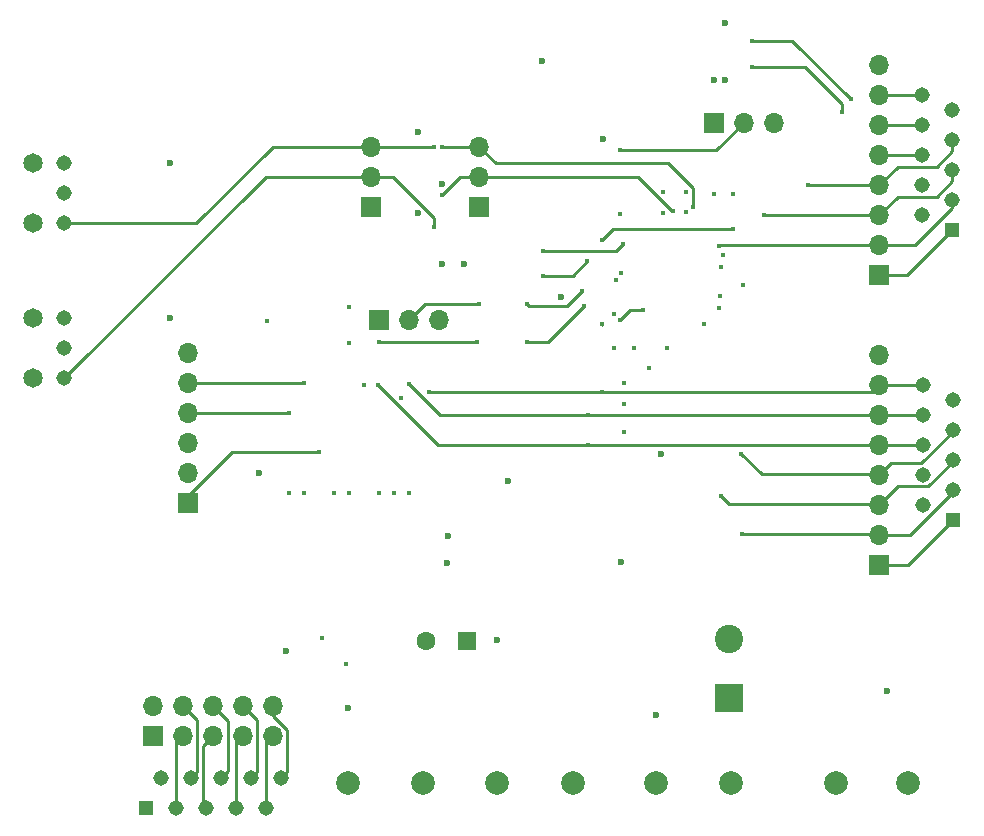
<source format=gbr>
G04 #@! TF.GenerationSoftware,KiCad,Pcbnew,(5.1.9-0-10_14)*
G04 #@! TF.CreationDate,2021-04-25T13:46:17+02:00*
G04 #@! TF.ProjectId,dac,6461632e-6b69-4636-9164-5f7063625858,rev?*
G04 #@! TF.SameCoordinates,Original*
G04 #@! TF.FileFunction,Copper,L3,Inr*
G04 #@! TF.FilePolarity,Positive*
%FSLAX46Y46*%
G04 Gerber Fmt 4.6, Leading zero omitted, Abs format (unit mm)*
G04 Created by KiCad (PCBNEW (5.1.9-0-10_14)) date 2021-04-25 13:46:17*
%MOMM*%
%LPD*%
G01*
G04 APERTURE LIST*
G04 #@! TA.AperFunction,ComponentPad*
%ADD10C,1.308000*%
G04 #@! TD*
G04 #@! TA.AperFunction,ComponentPad*
%ADD11C,1.650000*%
G04 #@! TD*
G04 #@! TA.AperFunction,ComponentPad*
%ADD12O,1.700000X1.700000*%
G04 #@! TD*
G04 #@! TA.AperFunction,ComponentPad*
%ADD13R,1.700000X1.700000*%
G04 #@! TD*
G04 #@! TA.AperFunction,ComponentPad*
%ADD14C,2.000000*%
G04 #@! TD*
G04 #@! TA.AperFunction,ComponentPad*
%ADD15R,1.308000X1.308000*%
G04 #@! TD*
G04 #@! TA.AperFunction,ComponentPad*
%ADD16C,1.600000*%
G04 #@! TD*
G04 #@! TA.AperFunction,ComponentPad*
%ADD17R,1.600000X1.600000*%
G04 #@! TD*
G04 #@! TA.AperFunction,ComponentPad*
%ADD18C,2.400000*%
G04 #@! TD*
G04 #@! TA.AperFunction,ComponentPad*
%ADD19R,2.400000X2.400000*%
G04 #@! TD*
G04 #@! TA.AperFunction,ViaPad*
%ADD20C,0.450000*%
G04 #@! TD*
G04 #@! TA.AperFunction,ViaPad*
%ADD21C,0.600000*%
G04 #@! TD*
G04 #@! TA.AperFunction,Conductor*
%ADD22C,0.250000*%
G04 #@! TD*
G04 APERTURE END LIST*
D10*
X115025000Y-83185000D03*
X115025000Y-85725000D03*
X115025000Y-88265000D03*
D11*
X112395000Y-88265000D03*
X112395000Y-83185000D03*
D10*
X115025000Y-70104000D03*
X115025000Y-72644000D03*
X115025000Y-75184000D03*
D11*
X112395000Y-75184000D03*
X112395000Y-70104000D03*
D12*
X132740400Y-116078000D03*
X132740400Y-118618000D03*
X130200400Y-116078000D03*
X130200400Y-118618000D03*
X127660400Y-116078000D03*
X127660400Y-118618000D03*
X125120400Y-116078000D03*
X125120400Y-118618000D03*
X122580400Y-116078000D03*
D13*
X122580400Y-118618000D03*
D12*
X150177500Y-68732400D03*
X150177500Y-71272400D03*
D13*
X150177500Y-73812400D03*
D14*
X171450000Y-122555000D03*
X165100000Y-122555000D03*
D15*
X190246000Y-100266500D03*
D10*
X187706000Y-98996500D03*
X190246000Y-97726500D03*
X187706000Y-96456500D03*
X190246000Y-95186500D03*
X187706000Y-93916500D03*
X190246000Y-92646500D03*
X187706000Y-91376500D03*
X190246000Y-90106500D03*
X187706000Y-88836500D03*
D12*
X184023000Y-86296500D03*
X184023000Y-88836500D03*
X184023000Y-91376500D03*
X184023000Y-93916500D03*
X184023000Y-96456500D03*
X184023000Y-98996500D03*
X184023000Y-101536500D03*
D13*
X184023000Y-104076500D03*
D12*
X175107600Y-66649600D03*
X172567600Y-66649600D03*
D13*
X170027600Y-66649600D03*
D12*
X141033500Y-68707000D03*
X141033500Y-71247000D03*
D13*
X141033500Y-73787000D03*
D12*
X184023000Y-61785500D03*
X184023000Y-64325500D03*
X184023000Y-66865500D03*
X184023000Y-69405500D03*
X184023000Y-71945500D03*
X184023000Y-74485500D03*
X184023000Y-77025500D03*
D13*
X184023000Y-79565500D03*
D12*
X146748500Y-83375500D03*
X144208500Y-83375500D03*
D13*
X141668500Y-83375500D03*
D15*
X121920000Y-124714000D03*
D10*
X123190000Y-122174000D03*
X124460000Y-124714000D03*
X125730000Y-122174000D03*
X127000000Y-124714000D03*
X128270000Y-122174000D03*
X129540000Y-124714000D03*
X130810000Y-122174000D03*
X132080000Y-124714000D03*
X133350000Y-122174000D03*
D15*
X190224000Y-75755500D03*
D10*
X187684000Y-74485500D03*
X190224000Y-73215500D03*
X187684000Y-71945500D03*
X190224000Y-70675500D03*
X187684000Y-69405500D03*
X190224000Y-68135500D03*
X187684000Y-66865500D03*
X190224000Y-65595500D03*
X187684000Y-64325500D03*
D16*
X145661500Y-110553500D03*
D17*
X149161500Y-110553500D03*
D12*
X125476000Y-86156800D03*
X125476000Y-88696800D03*
X125476000Y-91236800D03*
X125476000Y-93776800D03*
X125476000Y-96316800D03*
D13*
X125476000Y-98856800D03*
D14*
X180340000Y-122555000D03*
X186436000Y-122555000D03*
X145415000Y-122555000D03*
X151638000Y-122529600D03*
X158115000Y-122555000D03*
X139065000Y-122555000D03*
D18*
X171323000Y-110379500D03*
D19*
X171323000Y-115379500D03*
D20*
X165709600Y-72542400D03*
X165735000Y-74295000D03*
X164566600Y-87401400D03*
D21*
X170992800Y-58216800D03*
X147027900Y-71818500D03*
X147027900Y-78625700D03*
X157124400Y-81432400D03*
X131508500Y-96329500D03*
X152579000Y-96976000D03*
D20*
X166096000Y-85770400D03*
X172491400Y-80391000D03*
X162411400Y-88693000D03*
X162411400Y-92815400D03*
X162411400Y-90465900D03*
D21*
X155445800Y-61470200D03*
X148844000Y-78587600D03*
X160629600Y-68072000D03*
X170977600Y-63007200D03*
X144995900Y-74307700D03*
X144995900Y-67449700D03*
D20*
X132160000Y-83422500D03*
D21*
X147510500Y-101663500D03*
X133807200Y-111404400D03*
D20*
X159258000Y-78412000D03*
X155600400Y-79603600D03*
X155600400Y-77520800D03*
X162306000Y-76962000D03*
D21*
X184658000Y-114808000D03*
X165100000Y-116840000D03*
D20*
X135331200Y-88696800D03*
X134061200Y-91236800D03*
X136601200Y-94538800D03*
X159385000Y-91376500D03*
X150114000Y-81978500D03*
X144221200Y-88798400D03*
X159385000Y-93916500D03*
X149987000Y-85217000D03*
X141668500Y-85217000D03*
X141630400Y-88849200D03*
D21*
X165544500Y-94678500D03*
D20*
X162204400Y-79400400D03*
X167690800Y-74218800D03*
X167690800Y-72491600D03*
X163271200Y-85699600D03*
X161747200Y-79959200D03*
X161571002Y-82854800D03*
X161594800Y-85750400D03*
X160528000Y-83718400D03*
X140411200Y-88849200D03*
X145948400Y-89458800D03*
X160528000Y-89458800D03*
X154228800Y-85242400D03*
X159054800Y-82194400D03*
X158902400Y-80873600D03*
X154178000Y-81991200D03*
X170484800Y-77063600D03*
X170827765Y-77884800D03*
X174269400Y-74498200D03*
X177977800Y-71958200D03*
X170611800Y-78862000D03*
X162115500Y-74422000D03*
X162111164Y-68981662D03*
X160528000Y-76581000D03*
X171653200Y-75641200D03*
X171653200Y-72694800D03*
X169189400Y-83693000D03*
X172440600Y-101523800D03*
X170611800Y-98272600D03*
X170459400Y-82372200D03*
X170510200Y-81322199D03*
X172339000Y-94716600D03*
D21*
X170027600Y-63042800D03*
D20*
X181610000Y-64668400D03*
X173228000Y-59740800D03*
X162119800Y-83362800D03*
X170027600Y-72694800D03*
X164033200Y-82550000D03*
X180898800Y-65735200D03*
X173228000Y-61925200D03*
X139128500Y-97980500D03*
X137843498Y-97995502D03*
X139128500Y-85344000D03*
X139128500Y-82296000D03*
X135318500Y-97980500D03*
X134048500Y-97980500D03*
X141668500Y-97980500D03*
X144208500Y-98044000D03*
X138861800Y-112496600D03*
X143573500Y-89979500D03*
X136837709Y-110269309D03*
X142938500Y-98044000D03*
D21*
X147433000Y-103963500D03*
X162179000Y-103822500D03*
X151638000Y-110490000D03*
X139065000Y-116205000D03*
X123952000Y-70104000D03*
X123952000Y-83210400D03*
D20*
X146367500Y-68719700D03*
X146367500Y-75526900D03*
X147017326Y-68734812D03*
X168240800Y-73790771D03*
X166573200Y-74117200D03*
X147015200Y-72796400D03*
D22*
X158066400Y-79603600D02*
X155600400Y-79603600D01*
X159258000Y-78412000D02*
X158066400Y-79603600D01*
X161747200Y-77520800D02*
X162306000Y-76962000D01*
X155600400Y-77520800D02*
X161747200Y-77520800D01*
X135331200Y-88696800D02*
X125476000Y-88696800D01*
X134061200Y-91236800D02*
X125476000Y-91236800D01*
X125476000Y-98856800D02*
X125476000Y-98298000D01*
X129235200Y-94538800D02*
X136601200Y-94538800D01*
X125476000Y-98298000D02*
X129235200Y-94538800D01*
X177990500Y-91376500D02*
X159385000Y-91376500D01*
X145605500Y-81978500D02*
X150114000Y-81978500D01*
X144208500Y-83375500D02*
X145605500Y-81978500D01*
X184023000Y-66865500D02*
X187684000Y-66865500D01*
X184023000Y-91376500D02*
X187706000Y-91376500D01*
X177990500Y-91376500D02*
X184023000Y-91376500D01*
X146799300Y-91376500D02*
X144221200Y-88798400D01*
X159385000Y-91376500D02*
X146799300Y-91376500D01*
X177990500Y-93916500D02*
X159385000Y-93916500D01*
X149987000Y-85217000D02*
X141668500Y-85217000D01*
X184023000Y-69405500D02*
X187684000Y-69405500D01*
X184023000Y-93916500D02*
X187706000Y-93916500D01*
X177990500Y-93916500D02*
X184023000Y-93916500D01*
X146697700Y-93916500D02*
X141630400Y-88849200D01*
X159385000Y-93916500D02*
X146697700Y-93916500D01*
X160528000Y-83820000D02*
X160528000Y-83718400D01*
X183400700Y-89458800D02*
X184023000Y-88836500D01*
X160528000Y-89458800D02*
X183400700Y-89458800D01*
X145948400Y-89458800D02*
X160528000Y-89458800D01*
X184023000Y-64325500D02*
X187684000Y-64325500D01*
X184023000Y-88836500D02*
X187706000Y-88836500D01*
X155803600Y-85242400D02*
X154228800Y-85242400D01*
X156006800Y-85242400D02*
X155803600Y-85242400D01*
X159054800Y-82194400D02*
X156006800Y-85242400D01*
X157584801Y-82191199D02*
X158902400Y-80873600D01*
X154377999Y-82191199D02*
X157584801Y-82191199D01*
X154178000Y-81991200D02*
X154377999Y-82191199D01*
X187060998Y-77025500D02*
X190224000Y-73862498D01*
X190224000Y-73862498D02*
X190224000Y-73215500D01*
X184023000Y-77025500D02*
X187060998Y-77025500D01*
X184010300Y-77038200D02*
X184023000Y-77025500D01*
X170522900Y-77025500D02*
X170484800Y-77063600D01*
X184023000Y-77025500D02*
X170522900Y-77025500D01*
X190224000Y-71600395D02*
X190224000Y-70675500D01*
X185583999Y-72924501D02*
X188899894Y-72924501D01*
X188899894Y-72924501D02*
X190224000Y-71600395D01*
X184023000Y-74485500D02*
X185583999Y-72924501D01*
X184010300Y-74498200D02*
X184023000Y-74485500D01*
X174269400Y-74498200D02*
X184010300Y-74498200D01*
X190224000Y-69060395D02*
X190224000Y-68135500D01*
X188899894Y-70384501D02*
X190224000Y-69060395D01*
X185583999Y-70384501D02*
X188899894Y-70384501D01*
X184023000Y-71945500D02*
X185583999Y-70384501D01*
X184010300Y-71958200D02*
X184023000Y-71945500D01*
X177977800Y-71958200D02*
X184010300Y-71958200D01*
X170235538Y-68981662D02*
X162111164Y-68981662D01*
X172567600Y-66649600D02*
X170235538Y-68981662D01*
X161467800Y-75641200D02*
X171653200Y-75641200D01*
X160528000Y-76581000D02*
X161467800Y-75641200D01*
X190246000Y-97905422D02*
X190246000Y-97726500D01*
X186614922Y-101536500D02*
X190246000Y-97905422D01*
X184023000Y-101536500D02*
X186614922Y-101536500D01*
X183768002Y-101536500D02*
X184023000Y-101536500D01*
X183755302Y-101523800D02*
X183768002Y-101536500D01*
X172440600Y-101523800D02*
X183755302Y-101523800D01*
X188175921Y-97435501D02*
X190246000Y-95365422D01*
X185583999Y-97435501D02*
X188175921Y-97435501D01*
X190246000Y-95365422D02*
X190246000Y-95186500D01*
X184023000Y-98996500D02*
X185583999Y-97435501D01*
X184010300Y-98983800D02*
X184023000Y-98996500D01*
X171323000Y-98983800D02*
X184010300Y-98983800D01*
X170611800Y-98272600D02*
X171323000Y-98983800D01*
X190246000Y-92825422D02*
X190246000Y-92646500D01*
X187593923Y-95477499D02*
X190246000Y-92825422D01*
X185002001Y-95477499D02*
X187593923Y-95477499D01*
X184023000Y-96456500D02*
X185002001Y-95477499D01*
X184010300Y-96443800D02*
X184023000Y-96456500D01*
X174066200Y-96443800D02*
X184010300Y-96443800D01*
X172339000Y-94716600D02*
X174066200Y-96443800D01*
X186414000Y-79565500D02*
X190224000Y-75755500D01*
X184023000Y-79565500D02*
X186414000Y-79565500D01*
X181610000Y-64668400D02*
X176733200Y-59791600D01*
X176682400Y-59740800D02*
X173228000Y-59740800D01*
X176733200Y-59791600D02*
X176682400Y-59740800D01*
X162932600Y-82550000D02*
X162119800Y-83362800D01*
X164033200Y-82550000D02*
X162932600Y-82550000D01*
X186436000Y-104076500D02*
X190246000Y-100266500D01*
X184023000Y-104076500D02*
X186436000Y-104076500D01*
X180898800Y-65735200D02*
X180898800Y-65074800D01*
X177749200Y-61925200D02*
X173228000Y-61925200D01*
X180898800Y-65074800D02*
X177749200Y-61925200D01*
X126810401Y-119467999D02*
X126810401Y-124524401D01*
X126810401Y-124524401D02*
X127000000Y-124714000D01*
X127660400Y-118618000D02*
X126810401Y-119467999D01*
X128923999Y-117341599D02*
X127660400Y-116078000D01*
X128923999Y-121520001D02*
X128923999Y-117341599D01*
X128270000Y-122174000D02*
X128923999Y-121520001D01*
X124460000Y-119278400D02*
X124460000Y-124714000D01*
X125120400Y-118618000D02*
X124460000Y-119278400D01*
X126295401Y-121608599D02*
X125730000Y-122174000D01*
X126295401Y-117253001D02*
X126295401Y-121608599D01*
X125120400Y-116078000D02*
X126295401Y-117253001D01*
X131375401Y-121608599D02*
X130810000Y-122174000D01*
X131375401Y-117253001D02*
X131375401Y-121608599D01*
X130200400Y-116078000D02*
X131375401Y-117253001D01*
X132080000Y-119278400D02*
X132740400Y-118618000D01*
X132080000Y-124714000D02*
X132080000Y-119278400D01*
X133915401Y-121608599D02*
X133350000Y-122174000D01*
X132740400Y-116878998D02*
X133915401Y-118053999D01*
X133915401Y-118053999D02*
X133915401Y-121608599D01*
X132740400Y-116078000D02*
X132740400Y-116878998D01*
X129540000Y-119278400D02*
X129540000Y-124714000D01*
X130200400Y-118618000D02*
X129540000Y-119278400D01*
X146354800Y-68707000D02*
X146367500Y-68719700D01*
X141033500Y-68707000D02*
X146354800Y-68707000D01*
X115025000Y-75184000D02*
X126187200Y-75184000D01*
X132664200Y-68707000D02*
X141033500Y-68707000D01*
X126187200Y-75184000D02*
X132664200Y-68707000D01*
X146367500Y-74754298D02*
X146367500Y-75526900D01*
X142860202Y-71247000D02*
X146367500Y-74754298D01*
X141033500Y-71247000D02*
X142860202Y-71247000D01*
X115025000Y-88265000D02*
X132068400Y-71221600D01*
X141008100Y-71221600D02*
X141033500Y-71247000D01*
X132068400Y-71221600D02*
X141008100Y-71221600D01*
X150175088Y-68734812D02*
X150177500Y-68732400D01*
X147017326Y-68734812D02*
X150175088Y-68734812D01*
X151549100Y-70104000D02*
X150177500Y-68732400D01*
X166117202Y-70104000D02*
X151549100Y-70104000D01*
X168240801Y-72227599D02*
X166117202Y-70104000D01*
X168240800Y-73790771D02*
X168240801Y-72227599D01*
X148539200Y-71272400D02*
X150177500Y-71272400D01*
X147015200Y-72796400D02*
X148539200Y-71272400D01*
X166470398Y-74117200D02*
X163625598Y-71272400D01*
X163625598Y-71272400D02*
X150177500Y-71272400D01*
X166573200Y-74117200D02*
X166470398Y-74117200D01*
M02*

</source>
